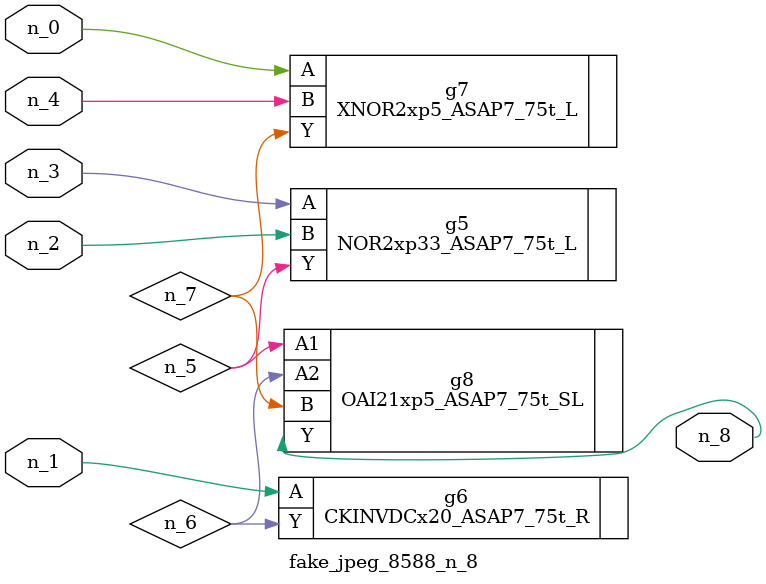
<source format=v>
module fake_jpeg_8588_n_8 (n_3, n_2, n_1, n_0, n_4, n_8);

input n_3;
input n_2;
input n_1;
input n_0;
input n_4;

output n_8;

wire n_6;
wire n_5;
wire n_7;

NOR2xp33_ASAP7_75t_L g5 ( 
.A(n_3),
.B(n_2),
.Y(n_5)
);

CKINVDCx20_ASAP7_75t_R g6 ( 
.A(n_1),
.Y(n_6)
);

XNOR2xp5_ASAP7_75t_L g7 ( 
.A(n_0),
.B(n_4),
.Y(n_7)
);

OAI21xp5_ASAP7_75t_SL g8 ( 
.A1(n_5),
.A2(n_6),
.B(n_7),
.Y(n_8)
);


endmodule
</source>
